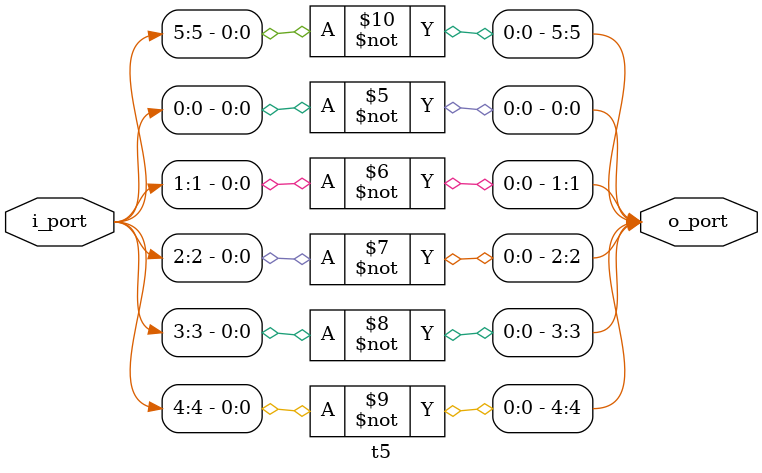
<source format=sv>
module t5 #(parameter W = 6) (input wire [W-1:0] i_port, output reg [W-1:0] o_port);

always @(*) begin
    for(integer i = 0; i < W; i = i + 1) begin
        o_port[i +: 1] = ~i_port[i +: 1];
    end
end
endmodule
</source>
